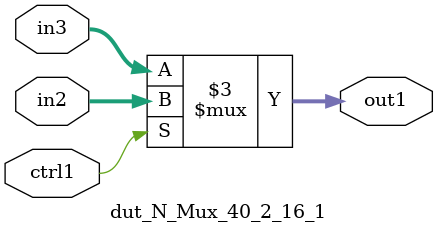
<source format=v>

`timescale 1ps / 1ps


module dut_N_Mux_40_2_16_1( in3, in2, ctrl1, out1 );

    input [39:0] in3;
    input [39:0] in2;
    input ctrl1;
    output [39:0] out1;
    reg [39:0] out1;

    
    // rtl_process:dut_N_Mux_40_2_16_1/dut_N_Mux_40_2_16_1_thread_1
    always @*
      begin : dut_N_Mux_40_2_16_1_thread_1
        case (ctrl1) 
          1'b1: 
            begin
              out1 = in2;
            end
          default: 
            begin
              out1 = in3;
            end
        endcase
      end

endmodule



</source>
